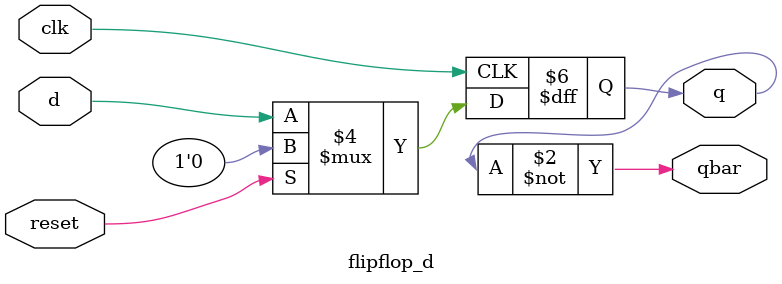
<source format=sv>
module flipflop_d (
    input       clk,
    input       reset,
    input       d,
    output reg  q,
    output      qbar
);

    always @(posedge clk)
    begin
        if (reset) q <= 1'b0;
        else q <= d;
    end

    assign qbar = ~q;

endmodule
</source>
